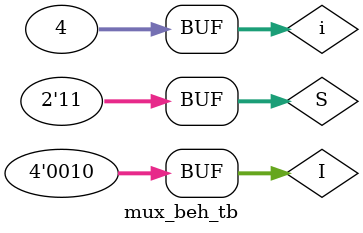
<source format=v>
`timescale 1ns / 1ps

module mux_beh(i,s,y);

input wire [3:0] i;
input [1:0] s;
output reg y;
always @(s)
if(s[0] == 0 && s[1] ==0)
    begin
        y=i[0];
    end
    
else if(s[0] == 1 && s[1] ==0)
    begin
        y=i[1];
    end        
else if(s[0] == 0 && s[1] ==1)
    begin
        y=i[2];
    end 
else if(s[0] == 1 && s[1] ==1)
    begin
        y=i[3];
    end     
endmodule

module mux_beh_tb;
reg [3:0] I;
reg [1:0] S;
wire y;
mux_beh mux1(.i(I),.s(S),.y(y));

integer i=0;
initial
begin
I = 1010;
for(i=0;i<4;i=i+1)
    #10 S = i;
end
endmodule
</source>
